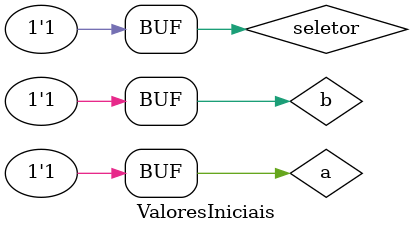
<source format=v>

module A (output s0, s1, input x,y);

	and AND1 (s0, x, y);
	or  OR1 (s1, x, y);

endmodule

module MUX(output s0, input x,y, seletor);
    wire sa, so, notseletor, sa1, sa2;
    
    A ModA(sa, so, x, y);
    
    not NOT1 (notseletor, seletor);
    and AND1(sa1, sa, seletor);
    and AND2(sa2, so, notseletor);
    or OR1 (s0, sa1, sa2);
    
endmodule    
    
module ValoresIniciais;

reg a, b, seletor;
wire s0, s1;

MUX MUX1   (s0, a, b, seletor);
initial
begin : start

	a = 1'bx;
	b = 1'bx;

end

initial
begin : main

	$display("Exemplo_0702 - Larissa Gomes - 650525");
	$display("Expressoes booleanas");
	
	#1 a = 0; b = 0; seletor = 0;
	$display("seletor a  b  =  s0  ");
   $monitor("%2b     %2b %2b  = %2b ",seletor, a, b, s0);
		
	#1 a = 0; b = 1; seletor = 0;
	#1 a = 1; b = 0; seletor = 0;
	#1 a = 1; b = 1; seletor = 0;
	#1 a = 0; b = 0; seletor = 1;
	#1 a = 0; b = 1; seletor = 1;
	#1 a = 1; b = 0; seletor = 1;
	#1 a = 1; b = 1; seletor = 1;
end
endmodule
</source>
